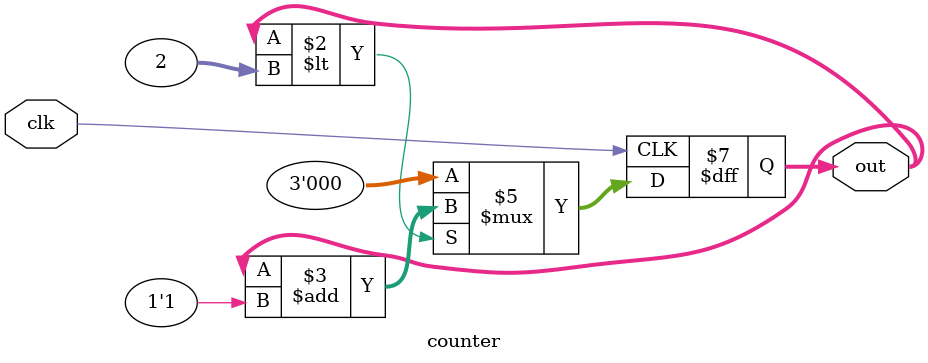
<source format=v>
module counter(clk, out);
	input clk;                    // 高频计数时钟
	output reg [2:0] out;             // 计数值

	always @(posedge clk)  begin  // 在时钟上升沿计数器加1
        if(out<2) begin//计数到0010B后归0
            out<=out+1'b1;// 功能实现
        end
        else begin
            out<=0;
        end
	end                           
endmodule
</source>
